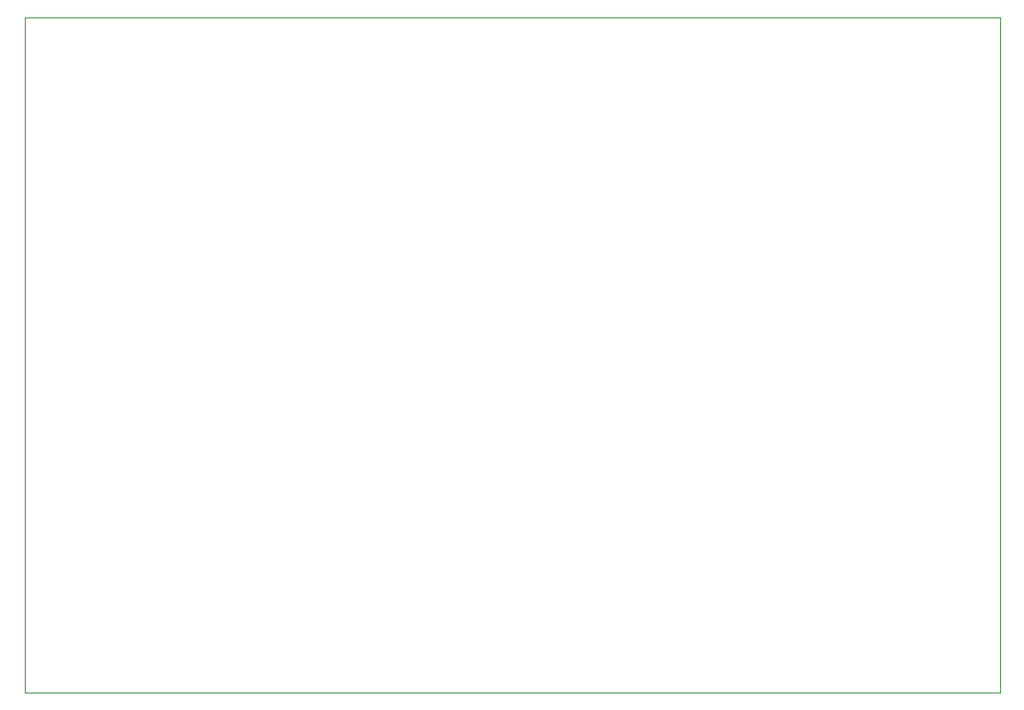
<source format=gbr>
%TF.GenerationSoftware,KiCad,Pcbnew,9.0.2*%
%TF.CreationDate,2025-06-08T00:01:42+02:00*%
%TF.ProjectId,bspdv3,62737064-7633-42e6-9b69-6361645f7063,rev?*%
%TF.SameCoordinates,Original*%
%TF.FileFunction,Profile,NP*%
%FSLAX46Y46*%
G04 Gerber Fmt 4.6, Leading zero omitted, Abs format (unit mm)*
G04 Created by KiCad (PCBNEW 9.0.2) date 2025-06-08 00:01:42*
%MOMM*%
%LPD*%
G01*
G04 APERTURE LIST*
%TA.AperFunction,Profile*%
%ADD10C,0.100000*%
%TD*%
G04 APERTURE END LIST*
D10*
X21620000Y-20320000D02*
X111400000Y-20320000D01*
X111400000Y-82550000D01*
X21620000Y-82550000D01*
X21620000Y-20320000D01*
M02*

</source>
